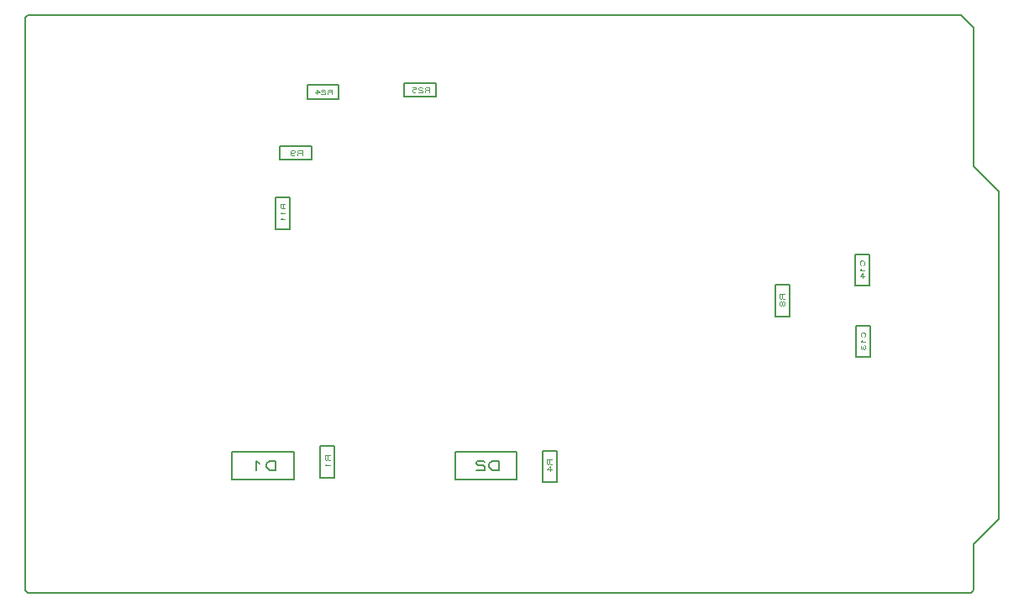
<source format=gbr>
G04 PROTEUS GERBER X2 FILE*
%TF.GenerationSoftware,Labcenter,Proteus,8.6-SP2-Build23525*%
%TF.CreationDate,2019-07-10T19:11:28+00:00*%
%TF.FileFunction,AssemblyDrawing,Bot*%
%TF.FilePolarity,Positive*%
%TF.Part,Single*%
%FSLAX45Y45*%
%MOMM*%
G01*
%TA.AperFunction,Profile*%
%ADD29C,0.203200*%
%TA.AperFunction,Material*%
%ADD30C,0.203200*%
%ADD60C,0.085340*%
%ADD58C,0.078740*%
%ADD67C,0.164590*%
%TD.AperFunction*%
D29*
X-11303600Y+6940000D02*
X-1902000Y+6940000D01*
X-1800400Y+1120000D02*
X-11303600Y+1120000D01*
X-1902000Y+6940000D02*
X-1775000Y+6813000D01*
X-1775000Y+5420000D02*
X-1521000Y+5166000D01*
X-1521000Y+1864000D01*
X-1775000Y+1610000D02*
X-1521000Y+1864000D01*
X-1775000Y+6813000D02*
X-1775000Y+5420000D01*
X-1775000Y+1610000D02*
X-1775000Y+1150000D01*
X-1775000Y+1145400D02*
X-1800400Y+1120000D01*
X-11330959Y+6914600D02*
X-11330959Y+1150000D01*
X-11305559Y+6940000D02*
X-11330959Y+6914600D01*
X-11330959Y+1145400D02*
X-11305559Y+1120000D01*
D30*
X-8358580Y+2279200D02*
X-8216340Y+2279200D01*
X-8216340Y+2594160D01*
X-8358580Y+2594160D01*
X-8358580Y+2279200D01*
D60*
X-8261856Y+2504955D02*
X-8313063Y+2504955D01*
X-8313063Y+2462284D01*
X-8304528Y+2453749D01*
X-8295994Y+2453749D01*
X-8287460Y+2462284D01*
X-8287460Y+2504955D01*
X-8287460Y+2462284D02*
X-8278925Y+2453749D01*
X-8261856Y+2453749D01*
X-8295994Y+2419612D02*
X-8313063Y+2402543D01*
X-8261856Y+2402543D01*
D30*
X-6118580Y+2235840D02*
X-5976340Y+2235840D01*
X-5976340Y+2550800D01*
X-6118580Y+2550800D01*
X-6118580Y+2235840D01*
D60*
X-6021856Y+2461595D02*
X-6073063Y+2461595D01*
X-6073063Y+2418924D01*
X-6064528Y+2410389D01*
X-6055994Y+2410389D01*
X-6047460Y+2418924D01*
X-6047460Y+2461595D01*
X-6047460Y+2418924D02*
X-6038925Y+2410389D01*
X-6021856Y+2410389D01*
X-6038925Y+2342114D02*
X-6038925Y+2393320D01*
X-6073063Y+2359183D01*
X-6021856Y+2359183D01*
D30*
X-2959385Y+3492681D02*
X-2817145Y+3492681D01*
X-2817145Y+3807641D01*
X-2959385Y+3807641D01*
X-2959385Y+3492681D01*
D58*
X-2872517Y+3697405D02*
X-2864643Y+3705279D01*
X-2864643Y+3728901D01*
X-2880391Y+3744649D01*
X-2896139Y+3744649D01*
X-2911887Y+3728901D01*
X-2911887Y+3705279D01*
X-2904013Y+3697405D01*
X-2896139Y+3665909D02*
X-2911887Y+3650161D01*
X-2864643Y+3650161D01*
X-2904013Y+3610791D02*
X-2911887Y+3602917D01*
X-2911887Y+3579295D01*
X-2904013Y+3571421D01*
X-2896139Y+3571421D01*
X-2888265Y+3579295D01*
X-2880391Y+3571421D01*
X-2872517Y+3571421D01*
X-2864643Y+3579295D01*
X-2864643Y+3602917D01*
X-2872517Y+3610791D01*
X-2888265Y+3595043D02*
X-2888265Y+3579295D01*
D30*
X-2967739Y+4212801D02*
X-2825499Y+4212801D01*
X-2825499Y+4527761D01*
X-2967739Y+4527761D01*
X-2967739Y+4212801D01*
D58*
X-2880871Y+4417525D02*
X-2872997Y+4425399D01*
X-2872997Y+4449021D01*
X-2888745Y+4464769D01*
X-2904493Y+4464769D01*
X-2920241Y+4449021D01*
X-2920241Y+4425399D01*
X-2912367Y+4417525D01*
X-2904493Y+4386029D02*
X-2920241Y+4370281D01*
X-2872997Y+4370281D01*
X-2888745Y+4291541D02*
X-2888745Y+4338785D01*
X-2920241Y+4307289D01*
X-2872997Y+4307289D01*
D30*
X-3773660Y+3904801D02*
X-3631420Y+3904801D01*
X-3631420Y+4219761D01*
X-3773660Y+4219761D01*
X-3773660Y+3904801D01*
D60*
X-3676936Y+4130556D02*
X-3728143Y+4130556D01*
X-3728143Y+4087885D01*
X-3719608Y+4079350D01*
X-3711074Y+4079350D01*
X-3702540Y+4087885D01*
X-3702540Y+4130556D01*
X-3702540Y+4087885D02*
X-3694005Y+4079350D01*
X-3676936Y+4079350D01*
X-3702540Y+4045213D02*
X-3711074Y+4053747D01*
X-3719608Y+4053747D01*
X-3728143Y+4045213D01*
X-3728143Y+4019610D01*
X-3719608Y+4011075D01*
X-3711074Y+4011075D01*
X-3702540Y+4019610D01*
X-3702540Y+4045213D01*
X-3694005Y+4053747D01*
X-3685471Y+4053747D01*
X-3676936Y+4045213D01*
X-3676936Y+4019610D01*
X-3685471Y+4011075D01*
X-3694005Y+4011075D01*
X-3702540Y+4019610D01*
D30*
X-7001600Y+2262840D02*
X-6376760Y+2262840D01*
X-6376760Y+2537160D01*
X-7001600Y+2537160D01*
X-7001600Y+2262840D01*
D67*
X-6557507Y+2350622D02*
X-6557507Y+2449377D01*
X-6623343Y+2449377D01*
X-6656261Y+2416459D01*
X-6656261Y+2383540D01*
X-6623343Y+2350622D01*
X-6557507Y+2350622D01*
X-6705639Y+2432918D02*
X-6722098Y+2449377D01*
X-6771475Y+2449377D01*
X-6787934Y+2432918D01*
X-6787934Y+2416459D01*
X-6771475Y+2400000D01*
X-6722098Y+2400000D01*
X-6705639Y+2383540D01*
X-6705639Y+2350622D01*
X-6787934Y+2350622D01*
D30*
X-9251600Y+2262840D02*
X-8626760Y+2262840D01*
X-8626760Y+2537160D01*
X-9251600Y+2537160D01*
X-9251600Y+2262840D01*
D67*
X-8807507Y+2350622D02*
X-8807507Y+2449377D01*
X-8873343Y+2449377D01*
X-8906261Y+2416459D01*
X-8906261Y+2383540D01*
X-8873343Y+2350622D01*
X-8807507Y+2350622D01*
X-8972098Y+2416459D02*
X-9005016Y+2449377D01*
X-9005016Y+2350622D01*
D30*
X-8764160Y+5481420D02*
X-8449200Y+5481420D01*
X-8449200Y+5623660D01*
X-8764160Y+5623660D01*
X-8764160Y+5481420D01*
D60*
X-8538405Y+5526936D02*
X-8538405Y+5578143D01*
X-8581076Y+5578143D01*
X-8589611Y+5569608D01*
X-8589611Y+5561074D01*
X-8581076Y+5552540D01*
X-8538405Y+5552540D01*
X-8581076Y+5552540D02*
X-8589611Y+5544005D01*
X-8589611Y+5526936D01*
X-8657886Y+5561074D02*
X-8649351Y+5552540D01*
X-8623748Y+5552540D01*
X-8615214Y+5561074D01*
X-8615214Y+5569608D01*
X-8623748Y+5578143D01*
X-8649351Y+5578143D01*
X-8657886Y+5569608D01*
X-8657886Y+5535471D01*
X-8649351Y+5526936D01*
X-8623748Y+5526936D01*
D30*
X-8808580Y+4785840D02*
X-8666340Y+4785840D01*
X-8666340Y+5100800D01*
X-8808580Y+5100800D01*
X-8808580Y+4785840D01*
D58*
X-8713838Y+5037808D02*
X-8761082Y+5037808D01*
X-8761082Y+4998438D01*
X-8753208Y+4990564D01*
X-8745334Y+4990564D01*
X-8737460Y+4998438D01*
X-8737460Y+5037808D01*
X-8737460Y+4998438D02*
X-8729586Y+4990564D01*
X-8713838Y+4990564D01*
X-8745334Y+4959068D02*
X-8761082Y+4943320D01*
X-8713838Y+4943320D01*
X-8745334Y+4896076D02*
X-8761082Y+4880328D01*
X-8713838Y+4880328D01*
D30*
X-8490800Y+6096340D02*
X-8175840Y+6096340D01*
X-8175840Y+6238580D01*
X-8490800Y+6238580D01*
X-8490800Y+6096340D01*
D58*
X-8238832Y+6143838D02*
X-8238832Y+6191082D01*
X-8278202Y+6191082D01*
X-8286076Y+6183208D01*
X-8286076Y+6175334D01*
X-8278202Y+6167460D01*
X-8238832Y+6167460D01*
X-8278202Y+6167460D02*
X-8286076Y+6159586D01*
X-8286076Y+6143838D01*
X-8309698Y+6183208D02*
X-8317572Y+6191082D01*
X-8341194Y+6191082D01*
X-8349068Y+6183208D01*
X-8349068Y+6175334D01*
X-8341194Y+6167460D01*
X-8317572Y+6167460D01*
X-8309698Y+6159586D01*
X-8309698Y+6143838D01*
X-8349068Y+6143838D01*
X-8412060Y+6159586D02*
X-8364816Y+6159586D01*
X-8396312Y+6191082D01*
X-8396312Y+6143838D01*
D30*
X-7510800Y+6116340D02*
X-7195840Y+6116340D01*
X-7195840Y+6258580D01*
X-7510800Y+6258580D01*
X-7510800Y+6116340D01*
D58*
X-7258832Y+6163838D02*
X-7258832Y+6211082D01*
X-7298202Y+6211082D01*
X-7306076Y+6203208D01*
X-7306076Y+6195334D01*
X-7298202Y+6187460D01*
X-7258832Y+6187460D01*
X-7298202Y+6187460D02*
X-7306076Y+6179586D01*
X-7306076Y+6163838D01*
X-7329698Y+6203208D02*
X-7337572Y+6211082D01*
X-7361194Y+6211082D01*
X-7369068Y+6203208D01*
X-7369068Y+6195334D01*
X-7361194Y+6187460D01*
X-7337572Y+6187460D01*
X-7329698Y+6179586D01*
X-7329698Y+6163838D01*
X-7369068Y+6163838D01*
X-7432060Y+6211082D02*
X-7392690Y+6211082D01*
X-7392690Y+6195334D01*
X-7424186Y+6195334D01*
X-7432060Y+6187460D01*
X-7432060Y+6171712D01*
X-7424186Y+6163838D01*
X-7400564Y+6163838D01*
X-7392690Y+6171712D01*
M02*

</source>
